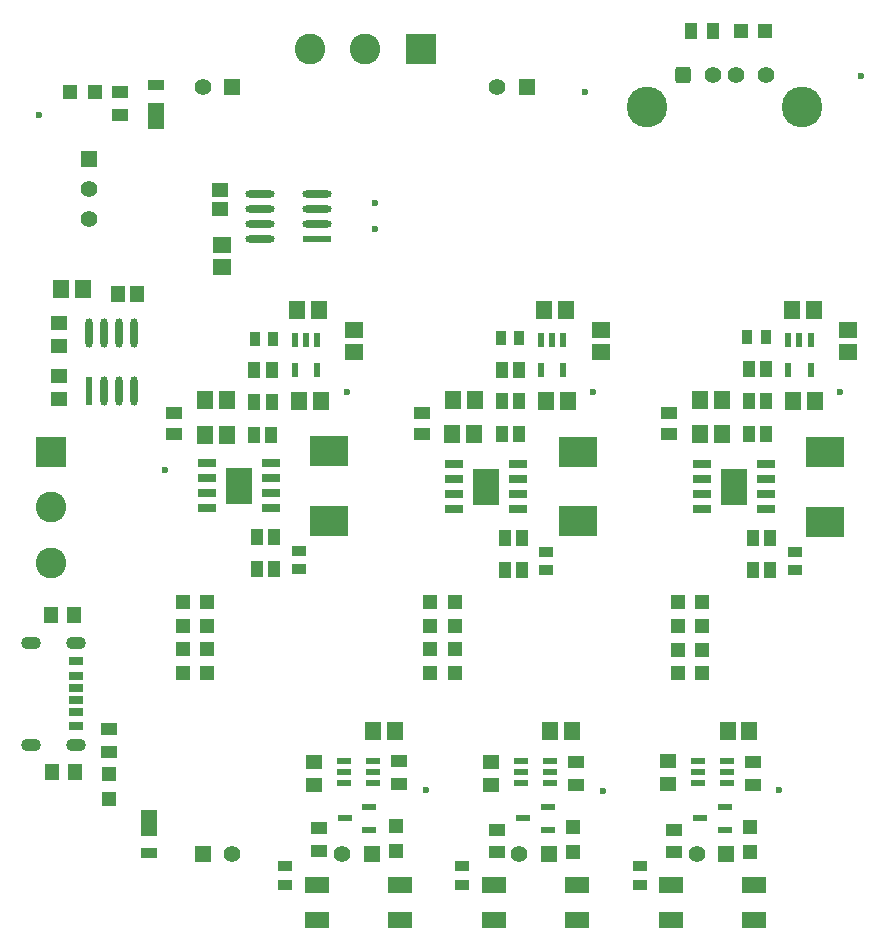
<source format=gbr>
%TF.GenerationSoftware,Altium Limited,Altium Designer,24.5.2 (23)*%
G04 Layer_Color=255*
%FSLAX45Y45*%
%MOMM*%
%TF.SameCoordinates,2470441B-8579-4349-B98B-18B4F8D42BC9*%
%TF.FilePolarity,Positive*%
%TF.FileFunction,Pads,Top*%
%TF.Part,Single*%
G01*
G75*
%TA.AperFunction,SMDPad,CuDef*%
%ADD10R,0.85814X1.26213*%
%ADD11C,0.60000*%
%ADD12R,1.26213X0.85814*%
%ADD13R,1.52500X0.70000*%
%ADD14R,2.21000X3.10000*%
%ADD15R,1.20000X1.20000*%
%ADD16R,1.40000X0.90000*%
%ADD17R,1.40000X2.20000*%
%ADD18R,2.00000X1.40000*%
%ADD19R,1.45000X1.00000*%
%ADD20R,1.46213X1.25814*%
%ADD21R,1.45464X1.55620*%
%ADD22R,1.45620X1.25464*%
%ADD23R,1.55620X1.45464*%
%ADD24R,0.62213X2.47407*%
G04:AMPARAMS|DCode=25|XSize=2.47407mm|YSize=0.62213mm|CornerRadius=0.31107mm|HoleSize=0mm|Usage=FLASHONLY|Rotation=90.000|XOffset=0mm|YOffset=0mm|HoleType=Round|Shape=RoundedRectangle|*
%AMROUNDEDRECTD25*
21,1,2.47407,0.00000,0,0,90.0*
21,1,1.85193,0.62213,0,0,90.0*
1,1,0.62213,0.00000,0.92597*
1,1,0.62213,0.00000,-0.92597*
1,1,0.62213,0.00000,-0.92597*
1,1,0.62213,0.00000,0.92597*
%
%ADD25ROUNDEDRECTD25*%
%ADD26R,1.25464X1.45620*%
%ADD27R,2.47407X0.62213*%
G04:AMPARAMS|DCode=28|XSize=2.47407mm|YSize=0.62213mm|CornerRadius=0.31107mm|HoleSize=0mm|Usage=FLASHONLY|Rotation=180.000|XOffset=0mm|YOffset=0mm|HoleType=Round|Shape=RoundedRectangle|*
%AMROUNDEDRECTD28*
21,1,2.47407,0.00000,0,0,180.0*
21,1,1.85193,0.62213,0,0,180.0*
1,1,0.62213,-0.92597,0.00000*
1,1,0.62213,0.92597,0.00000*
1,1,0.62213,0.92597,0.00000*
1,1,0.62213,-0.92597,0.00000*
%
%ADD28ROUNDEDRECTD28*%
%ADD29R,0.60000X1.20000*%
%ADD30R,1.36213X1.05814*%
%ADD31R,1.05464X1.35620*%
%ADD32R,3.20000X2.60000*%
%ADD33R,1.00000X1.45000*%
%ADD34R,1.20000X1.20000*%
%TA.AperFunction,ConnectorPad*%
%ADD35R,1.20000X0.80000*%
%ADD36R,1.20000X0.76000*%
%ADD37R,1.20000X0.70000*%
%TA.AperFunction,SMDPad,CuDef*%
%ADD38R,1.25814X1.46213*%
%ADD39R,1.25000X0.60000*%
%ADD40R,1.30000X0.60000*%
%TA.AperFunction,ComponentPad*%
%ADD44C,1.42000*%
G04:AMPARAMS|DCode=45|XSize=1.42mm|YSize=1.42mm|CornerRadius=0.355mm|HoleSize=0mm|Usage=FLASHONLY|Rotation=0.000|XOffset=0mm|YOffset=0mm|HoleType=Round|Shape=RoundedRectangle|*
%AMROUNDEDRECTD45*
21,1,1.42000,0.71000,0,0,0.0*
21,1,0.71000,1.42000,0,0,0.0*
1,1,0.71000,0.35500,-0.35500*
1,1,0.71000,-0.35500,-0.35500*
1,1,0.71000,-0.35500,0.35500*
1,1,0.71000,0.35500,0.35500*
%
%ADD45ROUNDEDRECTD45*%
%ADD46C,3.45000*%
%ADD47C,1.40000*%
%ADD48R,1.40000X1.40000*%
%ADD49C,2.59500*%
%ADD50R,2.59500X2.59500*%
G04:AMPARAMS|DCode=51|XSize=1.1mm|YSize=1.7mm|CornerRadius=0.55mm|HoleSize=0mm|Usage=FLASHONLY|Rotation=270.000|XOffset=0mm|YOffset=0mm|HoleType=Round|Shape=RoundedRectangle|*
%AMROUNDEDRECTD51*
21,1,1.10000,0.60000,0,0,270.0*
21,1,0.00000,1.70000,0,0,270.0*
1,1,1.10000,-0.30000,0.00000*
1,1,1.10000,-0.30000,0.00000*
1,1,1.10000,0.30000,0.00000*
1,1,1.10000,0.30000,0.00000*
%
%ADD51ROUNDEDRECTD51*%
%ADD52R,2.59500X2.59500*%
%ADD53R,1.40000X1.40000*%
D10*
X2338299Y5139176D02*
D03*
X2182901D02*
D03*
X6506257Y5156200D02*
D03*
X6350859D02*
D03*
X4421099Y5143500D02*
D03*
X4265701D02*
D03*
D11*
X4978400Y7226300D02*
D03*
X1422400Y4025900D02*
D03*
X355600Y7035800D02*
D03*
X7138181Y4686300D02*
D03*
X5042681D02*
D03*
X2959100D02*
D03*
X3632200Y1320800D02*
D03*
X5130800Y1308100D02*
D03*
X6616700Y1320800D02*
D03*
X7315200Y7366000D02*
D03*
X3200400Y6070600D02*
D03*
Y6286500D02*
D03*
D12*
X6756400Y3179451D02*
D03*
Y3334850D02*
D03*
X4650342Y3182351D02*
D03*
Y3337750D02*
D03*
X2555932Y3186751D02*
D03*
Y3342150D02*
D03*
X3937000Y674599D02*
D03*
Y519201D02*
D03*
X2438400Y674599D02*
D03*
Y519201D02*
D03*
X5442475Y674599D02*
D03*
Y519201D02*
D03*
D13*
X3869000Y4076700D02*
D03*
Y3949700D02*
D03*
Y3822700D02*
D03*
Y3695700D02*
D03*
X4411400D02*
D03*
Y3822700D02*
D03*
Y3949700D02*
D03*
Y4076700D02*
D03*
X5964500D02*
D03*
Y3949700D02*
D03*
Y3822700D02*
D03*
Y3695700D02*
D03*
X6506900D02*
D03*
Y3822700D02*
D03*
Y3949700D02*
D03*
Y4076700D02*
D03*
X1773500Y4084000D02*
D03*
Y3957000D02*
D03*
Y3830000D02*
D03*
Y3703000D02*
D03*
X2315900D02*
D03*
Y3830000D02*
D03*
Y3957000D02*
D03*
Y4084000D02*
D03*
D14*
X4140200Y3886200D02*
D03*
X6235700D02*
D03*
X2044700Y3893500D02*
D03*
D15*
X3666900Y2705100D02*
D03*
X3876900D02*
D03*
X5762400Y2311400D02*
D03*
X5972400D02*
D03*
Y2508300D02*
D03*
X5762400D02*
D03*
Y2705100D02*
D03*
X5972400D02*
D03*
X1781400D02*
D03*
X1571400D02*
D03*
X5762400Y2908300D02*
D03*
X5972400D02*
D03*
X3666900Y2311400D02*
D03*
X3876900D02*
D03*
Y2509200D02*
D03*
X3666900D02*
D03*
Y2908300D02*
D03*
X3876900D02*
D03*
X618900Y7226300D02*
D03*
X828900D02*
D03*
X6505800Y7747000D02*
D03*
X6295800D02*
D03*
X1571400Y2908300D02*
D03*
X1781400D02*
D03*
X1571400Y2311400D02*
D03*
X1781400D02*
D03*
Y2509200D02*
D03*
X1571400D02*
D03*
D16*
X1282700Y786400D02*
D03*
X1343275Y7284700D02*
D03*
D17*
X1282700Y1041400D02*
D03*
X1343275Y7029700D02*
D03*
D18*
X6407900Y218300D02*
D03*
X5707900D02*
D03*
X6407900Y518300D02*
D03*
X5707900D02*
D03*
X4909300Y218300D02*
D03*
X4209300D02*
D03*
X4909300Y518300D02*
D03*
X4209300D02*
D03*
X3410700Y218300D02*
D03*
X2710700D02*
D03*
X3410700Y518300D02*
D03*
X2710700D02*
D03*
D19*
X1041400Y7225800D02*
D03*
Y7035800D02*
D03*
X946225Y1644900D02*
D03*
Y1834900D02*
D03*
X6400800Y1555500D02*
D03*
Y1365500D02*
D03*
X5727700Y794000D02*
D03*
Y984000D02*
D03*
X4902200Y1555500D02*
D03*
Y1365500D02*
D03*
X4229100Y794000D02*
D03*
Y984000D02*
D03*
X3403626Y1561600D02*
D03*
Y1371600D02*
D03*
X2722574Y806700D02*
D03*
Y996700D02*
D03*
D20*
X520700Y5080639D02*
D03*
Y5276038D02*
D03*
Y4626701D02*
D03*
Y4822099D02*
D03*
X5684368Y1562100D02*
D03*
Y1366701D02*
D03*
X4185768Y1558199D02*
D03*
Y1362801D02*
D03*
X2687168Y1558199D02*
D03*
Y1362801D02*
D03*
D21*
X727578Y5562600D02*
D03*
X542422D02*
D03*
X6912478Y5384800D02*
D03*
X6727322D02*
D03*
X6742368Y4610100D02*
D03*
X6927524D02*
D03*
X4816978Y5384800D02*
D03*
X4631822D02*
D03*
X5950276Y4330700D02*
D03*
X6135433D02*
D03*
X5950276Y4619046D02*
D03*
X6135433D02*
D03*
X4646868Y4610100D02*
D03*
X4832024D02*
D03*
X3857122Y4622800D02*
D03*
X4042278D02*
D03*
X3854776Y4331936D02*
D03*
X4039933D02*
D03*
X6370056Y1822436D02*
D03*
X6184900D02*
D03*
X4867778D02*
D03*
X4682622D02*
D03*
X3369178D02*
D03*
X3184022D02*
D03*
X2725156Y5384800D02*
D03*
X2540000D02*
D03*
X2559057Y4610100D02*
D03*
X2744213D02*
D03*
X1759619Y4326536D02*
D03*
X1944775D02*
D03*
X1763241Y4619046D02*
D03*
X1948397D02*
D03*
D22*
X1890255Y6235644D02*
D03*
Y6400800D02*
D03*
D23*
X1900655Y5934578D02*
D03*
Y5749422D02*
D03*
X5112946Y5210678D02*
D03*
Y5025522D02*
D03*
X3021124Y5210678D02*
D03*
Y5025522D02*
D03*
X7208446Y5210678D02*
D03*
Y5025522D02*
D03*
D24*
X774700Y4701483D02*
D03*
D25*
X901700D02*
D03*
X1028700D02*
D03*
X1155700D02*
D03*
Y5184696D02*
D03*
X1028700D02*
D03*
X901700D02*
D03*
X774700D02*
D03*
D26*
X1022322Y5516635D02*
D03*
X1187478D02*
D03*
D27*
X2705407Y5981700D02*
D03*
D28*
Y6108700D02*
D03*
Y6235700D02*
D03*
Y6362700D02*
D03*
X2222193D02*
D03*
Y6235700D02*
D03*
Y6108700D02*
D03*
Y5981700D02*
D03*
D29*
X6887135Y4873800D02*
D03*
X6697135D02*
D03*
Y5133800D02*
D03*
X6792135D02*
D03*
X6887135D02*
D03*
X4794000Y4873800D02*
D03*
X4604000D02*
D03*
Y5133800D02*
D03*
X4699000D02*
D03*
X4794000D02*
D03*
X2711200Y4873536D02*
D03*
X2521200D02*
D03*
Y5133536D02*
D03*
X2616200D02*
D03*
X2711200D02*
D03*
D30*
X5686712Y4331901D02*
D03*
Y4507299D02*
D03*
X3594100Y4331901D02*
D03*
Y4507299D02*
D03*
X1496055Y4331901D02*
D03*
Y4507299D02*
D03*
D31*
X6511478Y4880525D02*
D03*
X6366322D02*
D03*
X6511478Y4610100D02*
D03*
X6366322D02*
D03*
X6511478Y4330700D02*
D03*
X6366322D02*
D03*
X6546778Y3185350D02*
D03*
X6401622D02*
D03*
X6544743Y3455775D02*
D03*
X6399586D02*
D03*
X4415978Y4330700D02*
D03*
X4270822D02*
D03*
X4415978Y4876800D02*
D03*
X4270822D02*
D03*
X4415978Y4610100D02*
D03*
X4270822D02*
D03*
X4441378Y3185350D02*
D03*
X4296222D02*
D03*
X4441378Y3455775D02*
D03*
X4296222D02*
D03*
X2345878Y3192650D02*
D03*
X2200722D02*
D03*
X2346968Y3463075D02*
D03*
X2201812D02*
D03*
X2324443Y4873750D02*
D03*
X2179286D02*
D03*
X2324443Y4603325D02*
D03*
X2179286D02*
D03*
X2320821Y4323925D02*
D03*
X2175664D02*
D03*
D32*
X7010400Y4181200D02*
D03*
Y3591200D02*
D03*
X4914900Y4184100D02*
D03*
Y3594100D02*
D03*
X2812625Y3598500D02*
D03*
Y4188500D02*
D03*
D33*
X6064000Y7747000D02*
D03*
X5874000D02*
D03*
D34*
X946225Y1241200D02*
D03*
Y1451200D02*
D03*
X6375400Y1006700D02*
D03*
Y796700D02*
D03*
X4876800Y1006700D02*
D03*
Y796700D02*
D03*
X3378200Y1016000D02*
D03*
Y806000D02*
D03*
D35*
X668300Y2408600D02*
D03*
Y1858600D02*
D03*
D36*
Y2285600D02*
D03*
Y1981600D02*
D03*
D37*
Y2183600D02*
D03*
Y2083600D02*
D03*
D38*
X461101Y1468068D02*
D03*
X656499D02*
D03*
X452301Y2799132D02*
D03*
X647700D02*
D03*
D39*
X6182900Y1568200D02*
D03*
Y1473200D02*
D03*
Y1378200D02*
D03*
X5932900D02*
D03*
Y1473200D02*
D03*
Y1568200D02*
D03*
X4684300D02*
D03*
Y1473200D02*
D03*
Y1378200D02*
D03*
X4434300D02*
D03*
Y1473200D02*
D03*
Y1568200D02*
D03*
X3185700D02*
D03*
Y1473200D02*
D03*
Y1378200D02*
D03*
X2935700D02*
D03*
Y1473200D02*
D03*
Y1568200D02*
D03*
D40*
X5952900Y1079500D02*
D03*
X6162900Y1174500D02*
D03*
Y984500D02*
D03*
X4454300Y1079500D02*
D03*
X4664300Y1174500D02*
D03*
Y984500D02*
D03*
X2943000Y1079500D02*
D03*
X3153000Y1174500D02*
D03*
Y984500D02*
D03*
D44*
X6259533Y7373018D02*
D03*
X6059532D02*
D03*
X6509533D02*
D03*
D45*
X5809532D02*
D03*
D46*
X6816532Y7102018D02*
D03*
X5502533D02*
D03*
D47*
X2922499Y781900D02*
D03*
X5922499D02*
D03*
X4422499D02*
D03*
X1992700D02*
D03*
X4233100Y7272100D02*
D03*
X1742700D02*
D03*
X781900Y6408100D02*
D03*
Y6158100D02*
D03*
D48*
X3172499Y781900D02*
D03*
X6172499D02*
D03*
X4672499D02*
D03*
X1742700D02*
D03*
X4483100Y7272100D02*
D03*
X1992700D02*
D03*
D49*
X457200Y3242664D02*
D03*
Y3712664D02*
D03*
X2646026Y7594600D02*
D03*
X3116026D02*
D03*
D50*
X457200Y4182664D02*
D03*
D51*
X668300Y2565600D02*
D03*
Y1701600D02*
D03*
X288300Y2565600D02*
D03*
Y1701600D02*
D03*
D52*
X3586026Y7594600D02*
D03*
D53*
X781900Y6658100D02*
D03*
%TF.MD5,2dd784577df1d90bbd61c673f0f5e977*%
M02*

</source>
